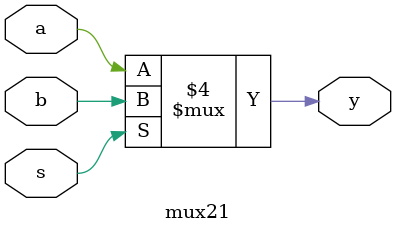
<source format=v>
module mux21 (a, b, s, y);
	input a;
	input b;
	input s;
	output y;
	reg y;
	always @(a or b or s)
	begin
	if (s == 1'b0)
	begin
		y <= a ;
	end
	else
	begin
		y <= b ;
	end
	end
endmodule
</source>
